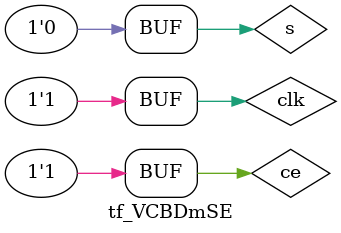
<source format=v>
`timescale 1ns / 1ps


module tf_VCBDmSE;

	// Inputs
	reg ce;
	reg clk;
	reg s;

	// Outputs
	wire TC;
	wire CEO;
	wire [3:0] Q;

	// Instantiate the Unit Under Test (UUT)
	VCBDmSE uut (
		.ce(ce), 
		.clk(clk), 
		.s(s), 
		.TC(TC), 
		.CEO(CEO), 
		.Q(Q)
	);

parameter Tclk=20; //Ïåðèîä ñèãíàëà ñèíõðîíèçàöèè 20 íñ
always begin clk=0; #(Tclk/2); clk=1; #(Tclk/2); end
// Ãåíåðàòîð ïåðèîäè÷åñêîãî ñèãíàëà ce
parameter Tce=80; //Ïåðèîä ñèãíàëà ce 80 íñ
always begin ce=0; #(3*Tce/4); ce=1; #(1*Tce/4); end
	initial begin
		// Initialize Inputs
		s = 0; //Èñõîäíîå ñîñòîÿíèå âõîäîâ
		#92; s = 1; //×åðåç 92 íñ 1
		#5; s = 0; // ×åðåç 5 íñ 0
		#111; s = 1; //×åðåç 111 íñ 1
		#70; s = 0; // ×åðåç 70 íñ 0
	end
endmodule


</source>
